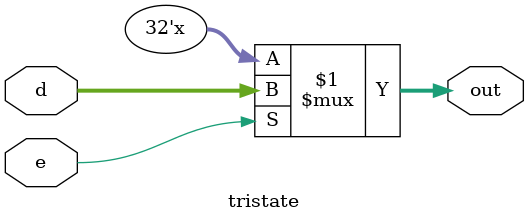
<source format=v>
module tristate(d,e,out);

	input [31:0]d;
	input e;
	output [31:0]out;
	
	assign out = e ? d : 32'bz;

endmodule

</source>
